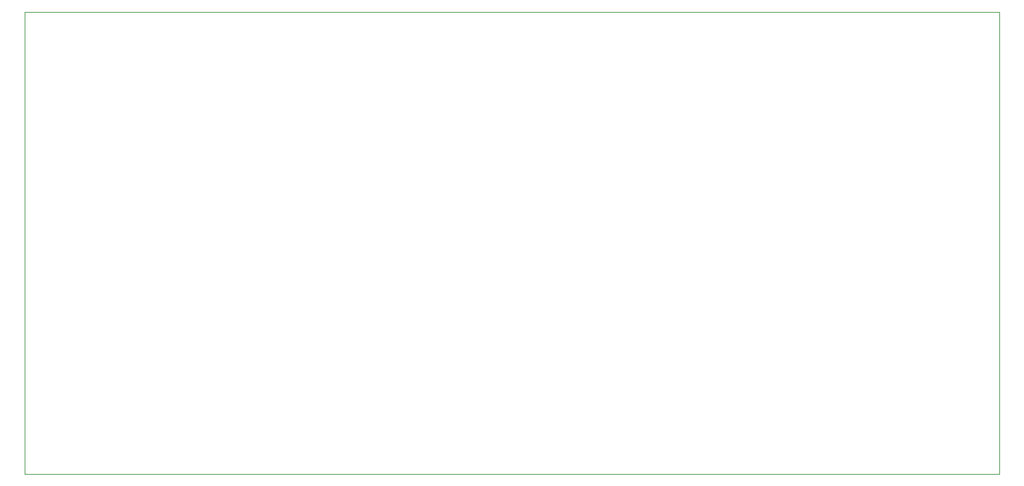
<source format=gm1>
G04 #@! TF.GenerationSoftware,KiCad,Pcbnew,(5.1.10-1-10_14)*
G04 #@! TF.CreationDate,2021-08-18T22:34:23+08:00*
G04 #@! TF.ProjectId,SMP v.2,534d5020-762e-4322-9e6b-696361645f70,rev?*
G04 #@! TF.SameCoordinates,Original*
G04 #@! TF.FileFunction,Profile,NP*
%FSLAX46Y46*%
G04 Gerber Fmt 4.6, Leading zero omitted, Abs format (unit mm)*
G04 Created by KiCad (PCBNEW (5.1.10-1-10_14)) date 2021-08-18 22:34:23*
%MOMM*%
%LPD*%
G01*
G04 APERTURE LIST*
G04 #@! TA.AperFunction,Profile*
%ADD10C,0.050000*%
G04 #@! TD*
G04 APERTURE END LIST*
D10*
X32226250Y-25215850D02*
X32226250Y-83953350D01*
X156051250Y-25215850D02*
X32226250Y-25215850D01*
X156051250Y-83953350D02*
X156051250Y-25215850D01*
X32226250Y-83953350D02*
X156051250Y-83953350D01*
M02*

</source>
